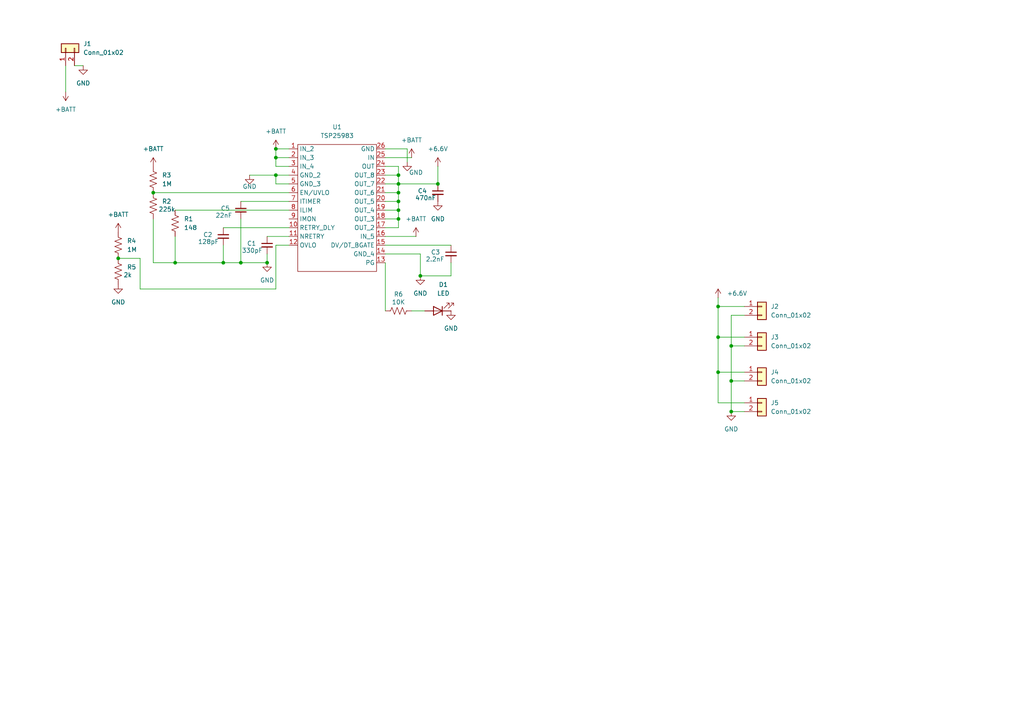
<source format=kicad_sch>
(kicad_sch (version 20250114) (generator "eeschema") (generator_version "9.0")
  (paper "A4")
  (lib_symbols
    (symbol "Connector_Generic:Conn_01x02" (pin_names (offset 1.016) (hide yes))
      (property "Reference" "J" (at 0 2.54 0))
      (property "Value" "Conn_01x02" (at 0 -5.08 0))
      (symbol "Conn_01x02_1_1"
        (rectangle (start -1.27 1.27) (end 1.27 -3.81) (stroke (width 0.254)) (fill (type background)))
        (rectangle (start -1.27 0.127) (end 0 -0.127) (stroke (width 0.1524)))
        (rectangle (start -1.27 -2.413) (end 0 -2.667) (stroke (width 0.1524)))
        (pin passive line (at -5.08 0 0) (length 3.81) (name "Pin_1") (number "1"))
        (pin passive line (at -5.08 -2.54 0) (length 3.81) (name "Pin_2") (number "2"))
      )
    )
    (symbol "Device:C_Small" (pin_numbers (hide yes)) (pin_names (offset 0.254) (hide yes))
      (property "Reference" "C" (at 0.254 1.778 0))
      (property "Value" "C_Small" (at 0.254 -2.032 0))
      (symbol "C_Small_0_1"
        (polyline (pts (xy -1.524 0.508) (xy 1.524 0.508)) (stroke (width 0.3048)))
        (polyline (pts (xy -1.524 -0.508) (xy 1.524 -0.508)) (stroke (width 0.3302)))
      )
      (symbol "C_Small_1_1"
        (pin passive line (at 0 2.54 270) (length 2.032) (name "~") (number "1"))
        (pin passive line (at 0 -2.54 90) (length 2.032) (name "~") (number "2"))
      )
    )
    (symbol "Device:LED" (pin_numbers (hide yes)) (pin_names (offset 1.016) (hide yes))
      (property "Reference" "D" (at 0 2.54 0))
      (property "Value" "LED" (at 0 -2.54 0))
      (symbol "LED_0_1"
        (polyline (pts (xy -3.048 -0.762) (xy -4.572 -2.286) (xy -3.81 -2.286) (xy -4.572 -2.286) (xy -4.572 -1.524)))
        (polyline (pts (xy -1.778 -0.762) (xy -3.302 -2.286) (xy -2.54 -2.286) (xy -3.302 -2.286) (xy -3.302 -1.524)))
        (polyline (pts (xy -1.27 0) (xy 1.27 0)))
        (polyline (pts (xy -1.27 -1.27) (xy -1.27 1.27)) (stroke (width 0.254)))
        (polyline (pts (xy 1.27 -1.27) (xy 1.27 1.27) (xy -1.27 0) (xy 1.27 -1.27)) (stroke (width 0.254)))
      )
      (symbol "LED_1_1"
        (pin passive line (at -3.81 0 0) (length 2.54) (name "K") (number "1"))
        (pin passive line (at 3.81 0 180) (length 2.54) (name "A") (number "2"))
      )
    )
    (symbol "Device:R_US" (pin_numbers (hide yes)) (pin_names (offset 0))
      (property "Reference" "R" (at 2.54 0 90))
      (property "Value" "R_US" (at -2.54 0 90))
      (symbol "R_US_0_1"
        (polyline (pts (xy 0 2.286) (xy 0 2.54)))
        (polyline (pts (xy 0 2.286) (xy 1.016 1.905) (xy 0 1.524) (xy -1.016 1.143) (xy 0 0.762)))
        (polyline (pts (xy 0 0.762) (xy 1.016 0.381) (xy 0 0) (xy -1.016 -0.381) (xy 0 -0.762)))
        (polyline (pts (xy 0 -0.762) (xy 1.016 -1.143) (xy 0 -1.524) (xy -1.016 -1.905) (xy 0 -2.286)))
        (polyline (pts (xy 0 -2.286) (xy 0 -2.54)))
      )
      (symbol "R_US_1_1"
        (pin passive line (at 0 3.81 270) (length 1.27) (name "~") (number "1"))
        (pin passive line (at 0 -3.81 90) (length 1.27) (name "~") (number "2"))
      )
    )
    (symbol "Joshua_ICs:TPS25983"
      (property "Reference" "U" (at 0 0 0))
      (property "Value" "TSP25983" (at 0 0 0))
      (symbol "TPS25983_0_1"
        (rectangle (start -10.16 -2.54) (end 12.7 -39.37))
      )
      (symbol "TPS25983_1_1"
        (pin input line (at -12.7 -3.81 0) (length 2.54) (name "IN_2") (number "1"))
        (pin input line (at -12.7 -6.35 0) (length 2.54) (name "IN_3") (number "2"))
        (pin input line (at -12.7 -8.89 0) (length 2.54) (name "IN_4") (number "3"))
        (pin bidirectional line (at -12.7 -11.43 0) (length 2.54) (name "GND_2") (number "4"))
        (pin bidirectional line (at -12.7 -13.97 0) (length 2.54) (name "GND_3") (number "5"))
        (pin input line (at -12.7 -16.51 0) (length 2.54) (name "EN/UVLO") (number "6"))
        (pin input line (at -12.7 -19.05 0) (length 2.54) (name "ITIMER") (number "7"))
        (pin input line (at -12.7 -21.59 0) (length 2.54) (name "ILIM") (number "8"))
        (pin input line (at -12.7 -24.13 0) (length 2.54) (name "IMON") (number "9"))
        (pin input line (at -12.7 -26.67 0) (length 2.54) (name "RETRY_DLY") (number "10"))
        (pin input line (at -12.7 -29.21 0) (length 2.54) (name "NRETRY") (number "11"))
        (pin input line (at -12.7 -31.75 0) (length 2.54) (name "OVLO") (number "12"))
        (pin bidirectional line (at 15.24 -3.81 180) (length 2.54) (name "GND") (number "26"))
        (pin input line (at 15.24 -6.35 180) (length 2.54) (name "IN") (number "25"))
        (pin output line (at 15.24 -8.89 180) (length 2.54) (name "OUT") (number "24"))
        (pin output line (at 15.24 -11.43 180) (length 2.54) (name "OUT_8") (number "23"))
        (pin output line (at 15.24 -13.97 180) (length 2.54) (name "OUT_7") (number "22"))
        (pin output line (at 15.24 -16.51 180) (length 2.54) (name "OUT_6") (number "21"))
        (pin output line (at 15.24 -19.05 180) (length 2.54) (name "OUT_5") (number "20"))
        (pin output line (at 15.24 -21.59 180) (length 2.54) (name "OUT_4") (number "19"))
        (pin output line (at 15.24 -24.13 180) (length 2.54) (name "OUT_3") (number "18"))
        (pin output line (at 15.24 -26.67 180) (length 2.54) (name "OUT_2") (number "17"))
        (pin input line (at 15.24 -29.21 180) (length 2.54) (name "IN_5") (number "16"))
        (pin input line (at 15.24 -31.75 180) (length 2.54) (name "DV/DT_BGATE") (number "15"))
        (pin bidirectional line (at 15.24 -34.29 180) (length 2.54) (name "GND_4") (number "14"))
        (pin input line (at 15.24 -36.83 180) (length 2.54) (name "PG") (number "13"))
      )
    )
    (symbol "power:+BATT" (power) (pin_numbers (hide yes)) (pin_names (offset 0) (hide yes))
      (property "Value" "+BATT" (at 0 3.556 0))
      (symbol "+BATT_0_1"
        (polyline (pts (xy -0.762 1.27) (xy 0 2.54)))
        (polyline (pts (xy 0 2.54) (xy 0.762 1.27)))
        (polyline (pts (xy 0 0) (xy 0 2.54)))
      )
      (symbol "+BATT_1_1"
        (pin power_in line (at 0 0 90) (length 0) (name "~") (number "1"))
      )
    )
    (symbol "power:GND" (power) (pin_numbers (hide yes)) (pin_names (offset 0) (hide yes))
      (property "Value" "GND" (at 0 -3.81 0))
      (symbol "GND_0_1"
        (polyline (pts (xy 0 0) (xy 0 -1.27) (xy 1.27 -1.27) (xy 0 -2.54) (xy -1.27 -1.27) (xy 0 -1.27)))
      )
      (symbol "GND_1_1"
        (pin power_in line (at 0 0 270) (length 0) (name "~") (number "1"))
      )
    )
    (symbol "power:VAA" (power) (pin_numbers (hide yes)) (pin_names (offset 0) (hide yes))
      (property "Value" "VAA" (at 0 3.556 0))
      (symbol "VAA_0_1"
        (polyline (pts (xy -0.762 1.27) (xy 0 2.54)))
        (polyline (pts (xy 0 2.54) (xy 0.762 1.27)))
        (polyline (pts (xy 0 0) (xy 0 2.54)))
      )
      (symbol "VAA_1_1"
        (pin power_in line (at 0 0 90) (length 0) (name "~") (number "1"))
      )
    )
  )
  (junction (at 80.01 50.8))
  (junction (at 208.28 107.95))
  (junction (at 115.57 60.96))
  (junction (at 208.28 97.79))
  (junction (at 115.57 50.8))
  (junction (at 212.09 110.49))
  (junction (at 50.8 76.2))
  (junction (at 115.57 58.42))
  (junction (at 212.09 119.38))
  (junction (at 115.57 53.34))
  (junction (at 115.57 55.88))
  (junction (at 115.57 63.5))
  (junction (at 80.01 45.72))
  (junction (at 69.85 76.2))
  (junction (at 127 53.34))
  (junction (at 208.28 88.9))
  (junction (at 80.01 43.18))
  (junction (at 121.92 80.01))
  (junction (at 212.09 100.33))
  (junction (at 34.29 74.93))
  (junction (at 64.77 76.2))
  (junction (at 77.47 76.2))
  (junction (at 44.45 55.88))
  (wire (pts (xy 83.82 60.96) (xy 50.8 60.96)))
  (wire (pts (xy 111.76 55.88) (xy 115.57 55.88)))
  (wire (pts (xy 72.39 50.8) (xy 80.01 50.8)))
  (wire (pts (xy 215.9 107.95) (xy 208.28 107.95)))
  (wire (pts (xy 83.82 43.18) (xy 80.01 43.18)))
  (wire (pts (xy 215.9 110.49) (xy 212.09 110.49)))
  (wire (pts (xy 111.76 66.04) (xy 115.57 66.04)))
  (wire (pts (xy 115.57 53.34) (xy 115.57 50.8)))
  (wire (pts (xy 212.09 110.49) (xy 212.09 119.38)))
  (wire (pts (xy 50.8 76.2) (xy 50.8 68.58)))
  (wire (pts (xy 69.85 63.5) (xy 69.85 76.2)))
  (wire (pts (xy 83.82 71.12) (xy 80.01 71.12)))
  (wire (pts (xy 130.81 76.2) (xy 130.81 80.01)))
  (wire (pts (xy 24.13 19.05) (xy 21.59 19.05)))
  (wire (pts (xy 44.45 76.2) (xy 50.8 76.2)))
  (wire (pts (xy 215.9 119.38) (xy 212.09 119.38)))
  (wire (pts (xy 111.76 48.26) (xy 115.57 48.26)))
  (wire (pts (xy 115.57 55.88) (xy 115.57 53.34)))
  (wire (pts (xy 44.45 55.88) (xy 83.82 55.88)))
  (wire (pts (xy 115.57 48.26) (xy 115.57 50.8)))
  (wire (pts (xy 119.38 90.17) (xy 123.19 90.17)))
  (wire (pts (xy 80.01 43.18) (xy 80.01 45.72)))
  (wire (pts (xy 64.77 76.2) (xy 69.85 76.2)))
  (wire (pts (xy 83.82 48.26) (xy 80.01 48.26)))
  (wire (pts (xy 83.82 50.8) (xy 80.01 50.8)))
  (wire (pts (xy 69.85 76.2) (xy 77.47 76.2)))
  (wire (pts (xy 111.76 45.72) (xy 119.38 45.72)))
  (wire (pts (xy 111.76 71.12) (xy 130.81 71.12)))
  (wire (pts (xy 111.76 73.66) (xy 121.92 73.66)))
  (wire (pts (xy 212.09 100.33) (xy 212.09 110.49)))
  (wire (pts (xy 212.09 91.44) (xy 212.09 100.33)))
  (wire (pts (xy 80.01 53.34) (xy 83.82 53.34)))
  (wire (pts (xy 208.28 116.84) (xy 208.28 107.95)))
  (wire (pts (xy 111.76 53.34) (xy 115.57 53.34)))
  (wire (pts (xy 80.01 71.12) (xy 80.01 83.82)))
  (wire (pts (xy 208.28 107.95) (xy 208.28 97.79)))
  (wire (pts (xy 115.57 63.5) (xy 115.57 60.96)))
  (wire (pts (xy 83.82 66.04) (xy 64.77 66.04)))
  (wire (pts (xy 127 53.34) (xy 115.57 53.34)))
  (wire (pts (xy 215.9 100.33) (xy 212.09 100.33)))
  (wire (pts (xy 208.28 88.9) (xy 208.28 86.36)))
  (wire (pts (xy 215.9 91.44) (xy 212.09 91.44)))
  (wire (pts (xy 40.64 74.93) (xy 40.64 83.82)))
  (wire (pts (xy 215.9 97.79) (xy 208.28 97.79)))
  (wire (pts (xy 111.76 76.2) (xy 111.76 90.17)))
  (wire (pts (xy 208.28 97.79) (xy 208.28 88.9)))
  (wire (pts (xy 19.05 19.05) (xy 19.05 26.67)))
  (wire (pts (xy 34.29 74.93) (xy 40.64 74.93)))
  (wire (pts (xy 118.11 43.18) (xy 118.11 46.99)))
  (wire (pts (xy 208.28 116.84) (xy 215.9 116.84)))
  (wire (pts (xy 111.76 68.58) (xy 120.65 68.58)))
  (wire (pts (xy 215.9 88.9) (xy 208.28 88.9)))
  (wire (pts (xy 80.01 48.26) (xy 80.01 45.72)))
  (wire (pts (xy 130.81 80.01) (xy 121.92 80.01)))
  (wire (pts (xy 111.76 60.96) (xy 115.57 60.96)))
  (wire (pts (xy 80.01 45.72) (xy 83.82 45.72)))
  (wire (pts (xy 115.57 66.04) (xy 115.57 63.5)))
  (wire (pts (xy 77.47 73.66) (xy 77.47 76.2)))
  (wire (pts (xy 69.85 58.42) (xy 83.82 58.42)))
  (wire (pts (xy 44.45 63.5) (xy 44.45 76.2)))
  (wire (pts (xy 115.57 60.96) (xy 115.57 58.42)))
  (wire (pts (xy 64.77 76.2) (xy 50.8 76.2)))
  (wire (pts (xy 111.76 43.18) (xy 118.11 43.18)))
  (wire (pts (xy 64.77 71.12) (xy 64.77 76.2)))
  (wire (pts (xy 111.76 58.42) (xy 115.57 58.42)))
  (wire (pts (xy 121.92 73.66) (xy 121.92 80.01)))
  (wire (pts (xy 127 48.26) (xy 127 53.34)))
  (wire (pts (xy 80.01 50.8) (xy 80.01 53.34)))
  (wire (pts (xy 111.76 63.5) (xy 115.57 63.5)))
  (wire (pts (xy 80.01 83.82) (xy 40.64 83.82)))
  (wire (pts (xy 115.57 58.42) (xy 115.57 55.88)))
  (wire (pts (xy 115.57 50.8) (xy 111.76 50.8)))
  (wire (pts (xy 77.47 68.58) (xy 83.82 68.58)))
  (symbol (lib_id "power:GND") (at 118.11 46.99 0) (unit 1)
    (property "Reference" "#PWR06" (effects (hide yes)))
    (property "Value" "GND" (at 120.65 50.038 0))
    (property "Description" "Power symbol creates a global label with name \"GND\" , ground" (effects (hide yes)))
  )
  (symbol (lib_id "Connector_Generic:Conn_01x02") (at 19.05 13.97 90) (unit 1)
    (property "Reference" "J1" (at 24.13 12.6999 90) (effects (justify right)))
    (property "Value" "Conn_01x02" (at 24.13 15.2399 90) (effects (justify right)))
    (property "Footprint" "Connector_TE-Connectivity:TE_440054-2_1x02_P2.00mm_Vertical" (effects (hide yes)))
    (property "Description" "Generic connector, single row, 01x02, script generated (kicad-library-utils/schlib/autogen/connector/)" (effects (hide yes)))
  )
  (symbol (lib_id "Device:C_Small") (at 130.81 73.66 0) (unit 1)
    (property "Reference" "C3" (at 124.968 73.152 0) (effects (justify left)))
    (property "Value" "2.2nF" (at 123.444 75.184 0) (effects (justify left)))
    (property "Footprint" "Capacitor_SMD:C_0603_1608Metric" (effects (hide yes)))
    (property "Description" "Unpolarized capacitor, small symbol" (effects (hide yes)))
  )
  (symbol (lib_id "Joshua_ICs:TPS25983") (at 96.52 39.37 0) (unit 1)
    (property "Reference" "U1" (at 97.79 36.83 0))
    (property "Value" "TSP25983" (at 97.79 39.37 0))
    (property "Footprint" "Package_DFN_QFN:VQFN-24-1EP_4x4mm_P0.5mm_EP2.5x2.5mm_ThermalVias" (effects (hide yes)))
    (property "Datasheet" "https://www.ti.com/lit/ds/symlink/tps25983.pdf?ts=1761308457779" (effects (hide yes)))
    (property "Description" "TPS25983 2.7V to 26V, 2.7mΩ, 20A Integrated Hot-Swap With 1.5% Accurate LoadCurrent Monitoring and Adjustable Transient Fault Management" (effects (hide yes)))
  )
  (symbol (lib_id "Device:LED") (at 127 90.17 180) (unit 1)
    (property "Reference" "D1" (at 128.5875 82.55 0))
    (property "Value" "LED" (at 128.5875 85.09 0))
    (property "Footprint" "Diode_SMD:D_0603_1608Metric" (effects (hide yes)))
    (property "Description" "Light emitting diode" (effects (hide yes)))
    (property "Sim.Pins" "1=K 2=A" (effects (hide yes)))
  )
  (symbol (lib_id "power:+BATT") (at 34.29 67.31 0) (unit 1)
    (property "Reference" "#PWR012" (effects (hide yes)))
    (property "Value" "+BATT" (at 34.29 62.23 0))
    (property "Description" "Power symbol creates a global label with name \"+BATT\"" (effects (hide yes)))
  )
  (symbol (lib_id "power:GND") (at 127 58.42 0) (unit 1)
    (property "Reference" "#PWR014" (effects (hide yes)))
    (property "Value" "GND" (at 127 63.5 0))
    (property "Description" "Power symbol creates a global label with name \"GND\" , ground" (effects (hide yes)))
  )
  (symbol (lib_id "Device:C_Small") (at 69.85 60.96 0) (unit 1)
    (property "Reference" "C5" (at 64.008 60.452 0) (effects (justify left)))
    (property "Value" "22nF" (at 62.484 62.484 0) (effects (justify left)))
    (property "Footprint" "Capacitor_SMD:C_0603_1608Metric" (effects (hide yes)))
    (property "Description" "Unpolarized capacitor, small symbol" (effects (hide yes)))
  )
  (symbol (lib_id "Device:R_US") (at 44.45 59.69 0) (unit 1)
    (property "Reference" "R2" (at 46.99 58.4199 0) (effects (justify left)))
    (property "Value" "225k" (at 45.974 60.706 0) (effects (justify left)))
    (property "Footprint" "Resistor_SMD:R_0603_1608Metric" (effects (hide yes)))
    (property "Description" "Resistor, US symbol" (effects (hide yes)))
  )
  (symbol (lib_id "Device:R_US") (at 115.57 90.17 90) (unit 1)
    (property "Reference" "R6" (at 115.57 85.344 90))
    (property "Value" "10K" (at 115.57 87.63 90))
    (property "Footprint" "Resistor_SMD:R_0603_1608Metric" (effects (hide yes)))
    (property "Description" "Resistor, US symbol" (effects (hide yes)))
  )
  (symbol (lib_id "Device:C_Small") (at 64.77 68.58 0) (unit 1)
    (property "Reference" "C2" (at 58.928 68.072 0) (effects (justify left)))
    (property "Value" "128pF" (at 57.404 70.104 0) (effects (justify left)))
    (property "Footprint" "Capacitor_SMD:C_0603_1608Metric" (effects (hide yes)))
    (property "Description" "Unpolarized capacitor, small symbol" (effects (hide yes)))
  )
  (symbol (lib_id "power:+BATT") (at 120.65 68.58 0) (unit 1)
    (property "Reference" "#PWR09" (effects (hide yes)))
    (property "Value" "+BATT" (at 120.65 63.5 0))
    (property "Description" "Power symbol creates a global label with name \"+BATT\"" (effects (hide yes)))
  )
  (symbol (lib_id "Connector_Generic:Conn_01x02") (at 220.98 116.84 0) (unit 1)
    (property "Reference" "J5" (at 223.52 116.8399 0) (effects (justify left)))
    (property "Value" "Conn_01x02" (at 223.52 119.3799 0) (effects (justify left)))
    (property "Footprint" "Connector_TE-Connectivity:TE_440054-2_1x02_P2.00mm_Vertical" (effects (hide yes)))
    (property "Description" "Generic connector, single row, 01x02, script generated (kicad-library-utils/schlib/autogen/connector/)" (effects (hide yes)))
  )
  (symbol (lib_id "Device:R_US") (at 34.29 71.12 0) (unit 1)
    (property "Reference" "R4" (at 36.83 69.8499 0) (effects (justify left)))
    (property "Value" "1M" (at 36.83 72.3899 0) (effects (justify left)))
    (property "Footprint" "Resistor_SMD:R_0603_1608Metric" (effects (hide yes)))
    (property "Description" "Resistor, US symbol" (effects (hide yes)))
  )
  (symbol (lib_id "power:GND") (at 72.39 50.8 0) (unit 1)
    (property "Reference" "#PWR05" (effects (hide yes)))
    (property "Value" "GND" (at 72.39 54.102 0))
    (property "Description" "Power symbol creates a global label with name \"GND\" , ground" (effects (hide yes)))
  )
  (symbol (lib_id "Connector_Generic:Conn_01x02") (at 220.98 88.9 0) (unit 1)
    (property "Reference" "J2" (at 223.52 88.8999 0) (effects (justify left)))
    (property "Value" "Conn_01x02" (at 223.52 91.4399 0) (effects (justify left)))
    (property "Footprint" "Connector_TE-Connectivity:TE_440054-2_1x02_P2.00mm_Vertical" (effects (hide yes)))
    (property "Description" "Generic connector, single row, 01x02, script generated (kicad-library-utils/schlib/autogen/connector/)" (effects (hide yes)))
  )
  (symbol (lib_id "power:GND") (at 212.09 119.38 0) (unit 1)
    (property "Reference" "#PWR034" (effects (hide yes)))
    (property "Value" "GND" (at 212.09 124.46 0))
    (property "Description" "Power symbol creates a global label with name \"GND\" , ground" (effects (hide yes)))
  )
  (symbol (lib_id "Device:R_US") (at 34.29 78.74 0) (unit 1)
    (property "Reference" "R5" (at 36.83 77.4699 0) (effects (justify left)))
    (property "Value" "2k" (at 35.814 79.756 0) (effects (justify left)))
    (property "Footprint" "Resistor_SMD:R_0603_1608Metric" (effects (hide yes)))
    (property "Description" "Resistor, US symbol" (effects (hide yes)))
  )
  (symbol (lib_id "power:GND") (at 77.47 76.2 0) (unit 1)
    (property "Reference" "#PWR08" (effects (hide yes)))
    (property "Value" "GND" (at 77.47 81.28 0))
    (property "Description" "Power symbol creates a global label with name \"GND\" , ground" (effects (hide yes)))
  )
  (symbol (lib_id "power:GND") (at 34.29 82.55 0) (unit 1)
    (property "Reference" "#PWR013" (effects (hide yes)))
    (property "Value" "GND" (at 34.29 87.63 0))
    (property "Description" "Power symbol creates a global label with name \"GND\" , ground" (effects (hide yes)))
  )
  (symbol (lib_id "power:VAA") (at 208.28 86.36 0) (unit 1)
    (property "Reference" "#PWR033" (effects (hide yes)))
    (property "Value" "+6.6V" (at 210.82 85.0899 0) (effects (justify left)))
    (property "Description" "Power symbol creates a global label with name \"VAA\"" (effects (hide yes)))
  )
  (symbol (lib_id "Device:C_Small") (at 127 55.88 0) (unit 1)
    (property "Reference" "C4" (at 121.158 55.372 0) (effects (justify left)))
    (property "Value" "470nF" (at 120.396 57.404 0) (effects (justify left)))
    (property "Footprint" "Capacitor_SMD:C_0603_1608Metric" (effects (hide yes)))
    (property "Description" "Unpolarized capacitor, small symbol" (effects (hide yes)))
  )
  (symbol (lib_id "Device:R_US") (at 44.45 52.07 0) (unit 1)
    (property "Reference" "R3" (at 46.99 50.7999 0) (effects (justify left)))
    (property "Value" "1M" (at 46.99 53.3399 0) (effects (justify left)))
    (property "Footprint" "Resistor_SMD:R_0603_1608Metric" (effects (hide yes)))
    (property "Description" "Resistor, US symbol" (effects (hide yes)))
  )
  (symbol (lib_id "power:+BATT") (at 127 48.26 0) (unit 1)
    (property "Reference" "#PWR07" (effects (hide yes)))
    (property "Value" "+6.6V" (at 127 43.18 0))
    (property "Description" "Power symbol creates a global label with name \"+BATT\"" (effects (hide yes)))
  )
  (symbol (lib_id "Device:C_Small") (at 77.47 71.12 0) (unit 1)
    (property "Reference" "C1" (at 71.628 70.612 0) (effects (justify left)))
    (property "Value" "330pF" (at 70.104 72.644 0) (effects (justify left)))
    (property "Footprint" "Capacitor_SMD:C_0603_1608Metric" (effects (hide yes)))
    (property "Description" "Unpolarized capacitor, small symbol" (effects (hide yes)))
  )
  (symbol (lib_id "power:+BATT") (at 19.05 26.67 180) (unit 1)
    (property "Reference" "#PWR03" (effects (hide yes)))
    (property "Value" "+BATT" (at 19.05 31.75 0))
    (property "Description" "Power symbol creates a global label with name \"+BATT\"" (effects (hide yes)))
  )
  (symbol (lib_id "power:GND") (at 121.92 80.01 0) (unit 1)
    (property "Reference" "#PWR010" (effects (hide yes)))
    (property "Value" "GND" (at 121.92 85.09 0))
    (property "Description" "Power symbol creates a global label with name \"GND\" , ground" (effects (hide yes)))
  )
  (symbol (lib_id "power:+BATT") (at 44.45 48.26 0) (unit 1)
    (property "Reference" "#PWR011" (effects (hide yes)))
    (property "Value" "+BATT" (at 44.45 43.18 0))
    (property "Description" "Power symbol creates a global label with name \"+BATT\"" (effects (hide yes)))
  )
  (symbol (lib_id "power:GND") (at 24.13 19.05 0) (unit 1)
    (property "Reference" "#PWR02" (effects (hide yes)))
    (property "Value" "GND" (at 24.13 24.13 0))
    (property "Description" "Power symbol creates a global label with name \"GND\" , ground" (effects (hide yes)))
  )
  (symbol (lib_id "Connector_Generic:Conn_01x02") (at 220.98 107.95 0) (unit 1)
    (property "Reference" "J4" (at 223.52 107.9499 0) (effects (justify left)))
    (property "Value" "Conn_01x02" (at 223.52 110.4899 0) (effects (justify left)))
    (property "Footprint" "Connector_TE-Connectivity:TE_440054-2_1x02_P2.00mm_Vertical" (effects (hide yes)))
    (property "Description" "Generic connector, single row, 01x02, script generated (kicad-library-utils/schlib/autogen/connector/)" (effects (hide yes)))
  )
  (symbol (lib_id "power:+BATT") (at 119.38 45.72 0) (unit 1)
    (property "Reference" "#PWR04" (effects (hide yes)))
    (property "Value" "+BATT" (at 119.38 40.64 0))
    (property "Description" "Power symbol creates a global label with name \"+BATT\"" (effects (hide yes)))
  )
  (symbol (lib_id "Device:R_US") (at 50.8 64.77 0) (unit 1)
    (property "Reference" "R1" (at 53.34 63.4999 0) (effects (justify left)))
    (property "Value" "148" (at 53.34 66.0399 0) (effects (justify left)))
    (property "Footprint" "Resistor_SMD:R_0603_1608Metric" (effects (hide yes)))
    (property "Description" "Resistor, US symbol" (effects (hide yes)))
  )
  (symbol (lib_id "Connector_Generic:Conn_01x02") (at 220.98 97.79 0) (unit 1)
    (property "Reference" "J3" (at 223.52 97.7899 0) (effects (justify left)))
    (property "Value" "Conn_01x02" (at 223.52 100.3299 0) (effects (justify left)))
    (property "Footprint" "Connector_TE-Connectivity:TE_440054-2_1x02_P2.00mm_Vertical" (effects (hide yes)))
    (property "Description" "Generic connector, single row, 01x02, script generated (kicad-library-utils/schlib/autogen/connector/)" (effects (hide yes)))
  )
  (symbol (lib_id "power:GND") (at 130.81 90.17 0) (unit 1)
    (property "Reference" "#PWR015" (effects (hide yes)))
    (property "Value" "GND" (at 130.81 95.25 0))
    (property "Description" "Power symbol creates a global label with name \"GND\" , ground" (effects (hide yes)))
  )
  (symbol (lib_id "power:+BATT") (at 80.01 43.18 0) (unit 1)
    (property "Reference" "#PWR01" (effects (hide yes)))
    (property "Value" "+BATT" (at 80.01 38.1 0))
    (property "Description" "Power symbol creates a global label with name \"+BATT\"" (effects (hide yes)))
  )
)
</source>
